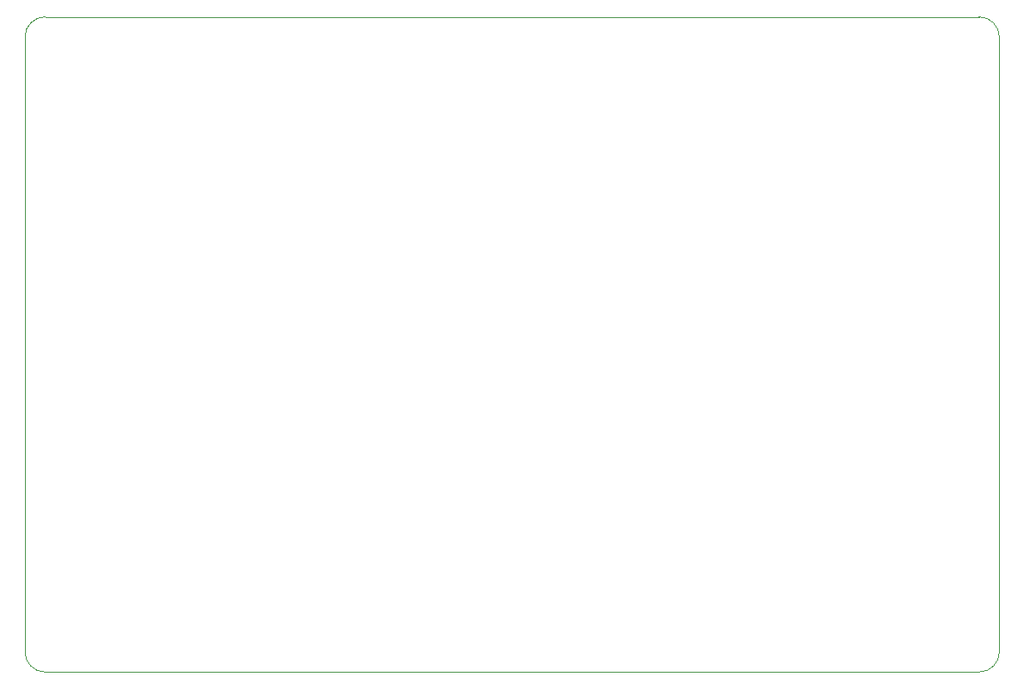
<source format=gbr>
%TF.GenerationSoftware,KiCad,Pcbnew,9.0.0*%
%TF.CreationDate,2025-04-23T05:04:15-04:00*%
%TF.ProjectId,W4MLB_Band_Display_V2,57344d4c-425f-4426-916e-645f44697370,1.0*%
%TF.SameCoordinates,Original*%
%TF.FileFunction,Profile,NP*%
%FSLAX46Y46*%
G04 Gerber Fmt 4.6, Leading zero omitted, Abs format (unit mm)*
G04 Created by KiCad (PCBNEW 9.0.0) date 2025-04-23 05:04:15*
%MOMM*%
%LPD*%
G01*
G04 APERTURE LIST*
%TA.AperFunction,Profile*%
%ADD10C,0.100000*%
%TD*%
G04 APERTURE END LIST*
D10*
X214800000Y-126000000D02*
G75*
G02*
X212800000Y-128000000I-2000000J0D01*
G01*
X119000000Y-65500000D02*
G75*
G02*
X121000000Y-63500000I2000000J0D01*
G01*
X121000000Y-128000000D02*
G75*
G02*
X119000000Y-126000000I0J2000000D01*
G01*
X212800000Y-63500000D02*
G75*
G02*
X214800000Y-65500000I0J-2000000D01*
G01*
X205250000Y-128000000D02*
X212800000Y-128000000D01*
X119000000Y-125500000D02*
X119000000Y-65500000D01*
X205250000Y-128000000D02*
X138250000Y-128000000D01*
X138250000Y-128000000D02*
X121000000Y-128000000D01*
X119000000Y-126000000D02*
X119000000Y-125500000D01*
X214800000Y-65500000D02*
X214800000Y-126000000D01*
X188000000Y-63500000D02*
X212800000Y-63500000D01*
X121000000Y-63500000D02*
X188000000Y-63500000D01*
M02*

</source>
